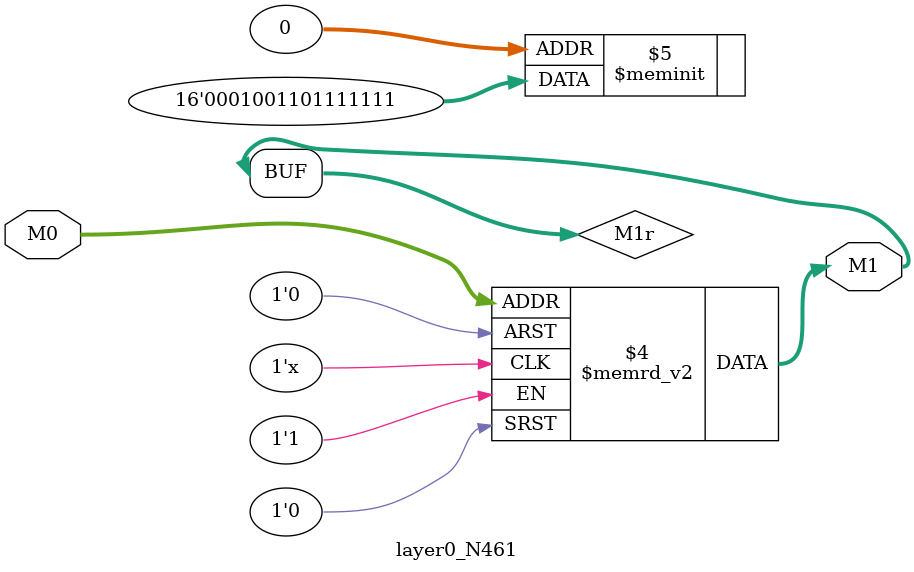
<source format=v>
module layer0_N461 ( input [2:0] M0, output [1:0] M1 );

	(*rom_style = "distributed" *) reg [1:0] M1r;
	assign M1 = M1r;
	always @ (M0) begin
		case (M0)
			3'b000: M1r = 2'b11;
			3'b100: M1r = 2'b11;
			3'b010: M1r = 2'b11;
			3'b110: M1r = 2'b01;
			3'b001: M1r = 2'b11;
			3'b101: M1r = 2'b00;
			3'b011: M1r = 2'b01;
			3'b111: M1r = 2'b00;

		endcase
	end
endmodule

</source>
